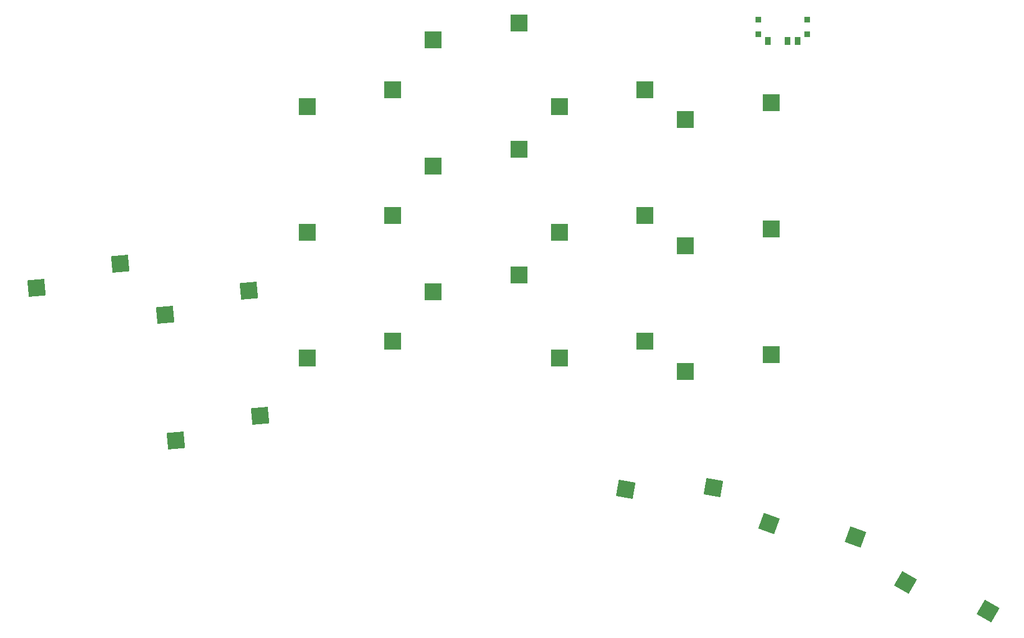
<source format=gbr>
%TF.GenerationSoftware,KiCad,Pcbnew,7.0.6-0*%
%TF.CreationDate,2023-08-12T20:04:25+02:00*%
%TF.ProjectId,jwe,6a77652e-6b69-4636-9164-5f7063625858,v1.0.0*%
%TF.SameCoordinates,Original*%
%TF.FileFunction,Paste,Bot*%
%TF.FilePolarity,Positive*%
%FSLAX46Y46*%
G04 Gerber Fmt 4.6, Leading zero omitted, Abs format (unit mm)*
G04 Created by KiCad (PCBNEW 7.0.6-0) date 2023-08-12 20:04:25*
%MOMM*%
%LPD*%
G01*
G04 APERTURE LIST*
G04 Aperture macros list*
%AMRotRect*
0 Rectangle, with rotation*
0 The origin of the aperture is its center*
0 $1 length*
0 $2 width*
0 $3 Rotation angle, in degrees counterclockwise*
0 Add horizontal line*
21,1,$1,$2,0,0,$3*%
G04 Aperture macros list end*
%ADD10R,0.900000X1.250000*%
%ADD11R,0.900000X0.900000*%
%ADD12R,2.550000X2.500000*%
%ADD13RotRect,2.550000X2.500000X350.000000*%
%ADD14RotRect,2.550000X2.500000X5.000000*%
%ADD15RotRect,2.550000X2.500000X330.000000*%
%ADD16RotRect,2.550000X2.500000X340.000000*%
G04 APERTURE END LIST*
D10*
%TO.C,T1*%
X184247132Y-124960148D03*
X182747132Y-124960148D03*
X179747132Y-124960148D03*
D11*
X185697132Y-123985148D03*
X185697132Y-121785148D03*
X178297132Y-123985148D03*
X178297132Y-121785148D03*
%TD*%
D12*
%TO.C,S5*%
X123239138Y-151305149D03*
X110312138Y-153845149D03*
%TD*%
%TO.C,S4*%
X123239138Y-170305156D03*
X110312138Y-172845156D03*
%TD*%
%TO.C,S12*%
X161239134Y-132305153D03*
X148312134Y-134845153D03*
%TD*%
%TO.C,S15*%
X180239139Y-134305155D03*
X167312139Y-136845155D03*
%TD*%
D13*
%TO.C,S16*%
X171532511Y-192396780D03*
X158360834Y-192653442D03*
%TD*%
D12*
%TO.C,S7*%
X142239142Y-160305159D03*
X129312142Y-162845159D03*
%TD*%
D14*
%TO.C,S1*%
X103223714Y-181563959D03*
X90567281Y-185220956D03*
%TD*%
D15*
%TO.C,S18*%
X212941127Y-210985534D03*
X200476017Y-206721738D03*
%TD*%
D12*
%TO.C,S9*%
X129312126Y-124845152D03*
X142239126Y-122305152D03*
%TD*%
%TO.C,S11*%
X161239131Y-151305154D03*
X148312131Y-153845154D03*
%TD*%
%TO.C,S13*%
X180239131Y-172305148D03*
X167312131Y-174845148D03*
%TD*%
%TO.C,S8*%
X129312129Y-143845153D03*
X142239129Y-141305153D03*
%TD*%
%TO.C,S10*%
X161239130Y-170305152D03*
X148312130Y-172845152D03*
%TD*%
D14*
%TO.C,S3*%
X82143272Y-158613904D03*
X69486839Y-162270901D03*
%TD*%
%TO.C,S2*%
X101567761Y-162636256D03*
X88911328Y-166293253D03*
%TD*%
D12*
%TO.C,S6*%
X123239132Y-132305152D03*
X110312132Y-134845152D03*
%TD*%
D16*
%TO.C,S17*%
X192970667Y-199814356D03*
X179954529Y-197779881D03*
%TD*%
D12*
%TO.C,S14*%
X180239134Y-153305150D03*
X167312134Y-155845150D03*
%TD*%
M02*

</source>
